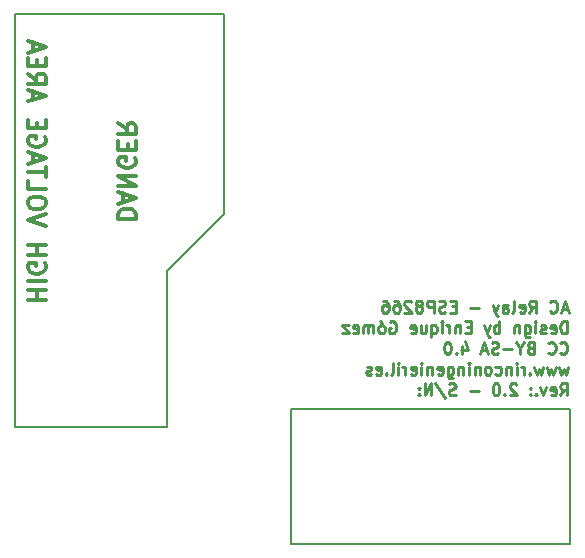
<source format=gbo>
G04 #@! TF.GenerationSoftware,KiCad,Pcbnew,5.0.2-bee76a0~70~ubuntu18.04.1*
G04 #@! TF.CreationDate,2019-01-14T20:29:46+01:00*
G04 #@! TF.ProjectId,AC Relay,41432052-656c-4617-992e-6b696361645f,rev?*
G04 #@! TF.SameCoordinates,PX41672a0PY5c0c740*
G04 #@! TF.FileFunction,Legend,Bot*
G04 #@! TF.FilePolarity,Positive*
%FSLAX46Y46*%
G04 Gerber Fmt 4.6, Leading zero omitted, Abs format (unit mm)*
G04 Created by KiCad (PCBNEW 5.0.2-bee76a0~70~ubuntu18.04.1) date lun 14 ene 2019 20:29:46 CET*
%MOMM*%
%LPD*%
G01*
G04 APERTURE LIST*
%ADD10C,0.200000*%
%ADD11C,0.300000*%
%ADD12C,0.250000*%
G04 APERTURE END LIST*
D10*
X14097000Y13335000D02*
X14097000Y26543000D01*
X48260000Y3429000D02*
X48260000Y14859000D01*
X24638000Y3429000D02*
X48260000Y3429000D01*
X24638000Y14859000D02*
X24638000Y3429000D01*
X48260000Y14859000D02*
X24638000Y14859000D01*
X1270000Y13335000D02*
X1270000Y48260000D01*
X14097000Y13335000D02*
X1270000Y13335000D01*
X18923000Y31369000D02*
X14097000Y26543000D01*
X18923000Y48260000D02*
X18923000Y31369000D01*
X1270000Y48260000D02*
X18923000Y48260000D01*
D11*
X10004428Y30925000D02*
X11504428Y30925000D01*
X11504428Y31282143D01*
X11433000Y31496429D01*
X11290142Y31639286D01*
X11147285Y31710715D01*
X10861571Y31782143D01*
X10647285Y31782143D01*
X10361571Y31710715D01*
X10218714Y31639286D01*
X10075857Y31496429D01*
X10004428Y31282143D01*
X10004428Y30925000D01*
X10433000Y32353572D02*
X10433000Y33067858D01*
X10004428Y32210715D02*
X11504428Y32710715D01*
X10004428Y33210715D01*
X10004428Y33710715D02*
X11504428Y33710715D01*
X10004428Y34567858D01*
X11504428Y34567858D01*
X11433000Y36067858D02*
X11504428Y35925000D01*
X11504428Y35710715D01*
X11433000Y35496429D01*
X11290142Y35353572D01*
X11147285Y35282143D01*
X10861571Y35210715D01*
X10647285Y35210715D01*
X10361571Y35282143D01*
X10218714Y35353572D01*
X10075857Y35496429D01*
X10004428Y35710715D01*
X10004428Y35853572D01*
X10075857Y36067858D01*
X10147285Y36139286D01*
X10647285Y36139286D01*
X10647285Y35853572D01*
X10790142Y36782143D02*
X10790142Y37282143D01*
X10004428Y37496429D02*
X10004428Y36782143D01*
X11504428Y36782143D01*
X11504428Y37496429D01*
X10004428Y38996429D02*
X10718714Y38496429D01*
X10004428Y38139286D02*
X11504428Y38139286D01*
X11504428Y38710715D01*
X11433000Y38853572D01*
X11361571Y38925000D01*
X11218714Y38996429D01*
X11004428Y38996429D01*
X10861571Y38925000D01*
X10790142Y38853572D01*
X10718714Y38710715D01*
X10718714Y38139286D01*
X2354428Y24067858D02*
X3854428Y24067858D01*
X3140142Y24067858D02*
X3140142Y24925000D01*
X2354428Y24925000D02*
X3854428Y24925000D01*
X2354428Y25639286D02*
X3854428Y25639286D01*
X3783000Y27139286D02*
X3854428Y26996429D01*
X3854428Y26782143D01*
X3783000Y26567858D01*
X3640142Y26425000D01*
X3497285Y26353572D01*
X3211571Y26282143D01*
X2997285Y26282143D01*
X2711571Y26353572D01*
X2568714Y26425000D01*
X2425857Y26567858D01*
X2354428Y26782143D01*
X2354428Y26925000D01*
X2425857Y27139286D01*
X2497285Y27210715D01*
X2997285Y27210715D01*
X2997285Y26925000D01*
X2354428Y27853572D02*
X3854428Y27853572D01*
X3140142Y27853572D02*
X3140142Y28710715D01*
X2354428Y28710715D02*
X3854428Y28710715D01*
X3854428Y30353572D02*
X2354428Y30853572D01*
X3854428Y31353572D01*
X3854428Y32139286D02*
X3854428Y32425000D01*
X3783000Y32567858D01*
X3640142Y32710715D01*
X3354428Y32782143D01*
X2854428Y32782143D01*
X2568714Y32710715D01*
X2425857Y32567858D01*
X2354428Y32425000D01*
X2354428Y32139286D01*
X2425857Y31996429D01*
X2568714Y31853572D01*
X2854428Y31782143D01*
X3354428Y31782143D01*
X3640142Y31853572D01*
X3783000Y31996429D01*
X3854428Y32139286D01*
X2354428Y34139286D02*
X2354428Y33425000D01*
X3854428Y33425000D01*
X3854428Y34425000D02*
X3854428Y35282143D01*
X2354428Y34853572D02*
X3854428Y34853572D01*
X2783000Y35710715D02*
X2783000Y36425000D01*
X2354428Y35567858D02*
X3854428Y36067858D01*
X2354428Y36567858D01*
X3783000Y37853572D02*
X3854428Y37710715D01*
X3854428Y37496429D01*
X3783000Y37282143D01*
X3640142Y37139286D01*
X3497285Y37067858D01*
X3211571Y36996429D01*
X2997285Y36996429D01*
X2711571Y37067858D01*
X2568714Y37139286D01*
X2425857Y37282143D01*
X2354428Y37496429D01*
X2354428Y37639286D01*
X2425857Y37853572D01*
X2497285Y37925000D01*
X2997285Y37925000D01*
X2997285Y37639286D01*
X3140142Y38567858D02*
X3140142Y39067858D01*
X2354428Y39282143D02*
X2354428Y38567858D01*
X3854428Y38567858D01*
X3854428Y39282143D01*
X2783000Y40996429D02*
X2783000Y41710715D01*
X2354428Y40853572D02*
X3854428Y41353572D01*
X2354428Y41853572D01*
X2354428Y43210715D02*
X3068714Y42710715D01*
X2354428Y42353572D02*
X3854428Y42353572D01*
X3854428Y42925000D01*
X3783000Y43067858D01*
X3711571Y43139286D01*
X3568714Y43210715D01*
X3354428Y43210715D01*
X3211571Y43139286D01*
X3140142Y43067858D01*
X3068714Y42925000D01*
X3068714Y42353572D01*
X3140142Y43853572D02*
X3140142Y44353572D01*
X2354428Y44567858D02*
X2354428Y43853572D01*
X3854428Y43853572D01*
X3854428Y44567858D01*
X2783000Y45139286D02*
X2783000Y45853572D01*
X2354428Y44996429D02*
X3854428Y45496429D01*
X2354428Y45996429D01*
D12*
X48034023Y23272334D02*
X47557833Y23272334D01*
X48129261Y22986620D02*
X47795928Y23986620D01*
X47462595Y22986620D01*
X46557833Y23081858D02*
X46605452Y23034239D01*
X46748309Y22986620D01*
X46843547Y22986620D01*
X46986404Y23034239D01*
X47081642Y23129477D01*
X47129261Y23224715D01*
X47176880Y23415191D01*
X47176880Y23558048D01*
X47129261Y23748524D01*
X47081642Y23843762D01*
X46986404Y23939000D01*
X46843547Y23986620D01*
X46748309Y23986620D01*
X46605452Y23939000D01*
X46557833Y23891381D01*
X44795928Y22986620D02*
X45129261Y23462810D01*
X45367357Y22986620D02*
X45367357Y23986620D01*
X44986404Y23986620D01*
X44891166Y23939000D01*
X44843547Y23891381D01*
X44795928Y23796143D01*
X44795928Y23653286D01*
X44843547Y23558048D01*
X44891166Y23510429D01*
X44986404Y23462810D01*
X45367357Y23462810D01*
X43986404Y23034239D02*
X44081642Y22986620D01*
X44272119Y22986620D01*
X44367357Y23034239D01*
X44414976Y23129477D01*
X44414976Y23510429D01*
X44367357Y23605667D01*
X44272119Y23653286D01*
X44081642Y23653286D01*
X43986404Y23605667D01*
X43938785Y23510429D01*
X43938785Y23415191D01*
X44414976Y23319953D01*
X43367357Y22986620D02*
X43462595Y23034239D01*
X43510214Y23129477D01*
X43510214Y23986620D01*
X42557833Y22986620D02*
X42557833Y23510429D01*
X42605452Y23605667D01*
X42700690Y23653286D01*
X42891166Y23653286D01*
X42986404Y23605667D01*
X42557833Y23034239D02*
X42653071Y22986620D01*
X42891166Y22986620D01*
X42986404Y23034239D01*
X43034023Y23129477D01*
X43034023Y23224715D01*
X42986404Y23319953D01*
X42891166Y23367572D01*
X42653071Y23367572D01*
X42557833Y23415191D01*
X42176880Y23653286D02*
X41938785Y22986620D01*
X41700690Y23653286D02*
X41938785Y22986620D01*
X42034023Y22748524D01*
X42081642Y22700905D01*
X42176880Y22653286D01*
X40557833Y23367572D02*
X39795928Y23367572D01*
X38557833Y23510429D02*
X38224500Y23510429D01*
X38081642Y22986620D02*
X38557833Y22986620D01*
X38557833Y23986620D01*
X38081642Y23986620D01*
X37700690Y23034239D02*
X37557833Y22986620D01*
X37319738Y22986620D01*
X37224500Y23034239D01*
X37176880Y23081858D01*
X37129261Y23177096D01*
X37129261Y23272334D01*
X37176880Y23367572D01*
X37224500Y23415191D01*
X37319738Y23462810D01*
X37510214Y23510429D01*
X37605452Y23558048D01*
X37653071Y23605667D01*
X37700690Y23700905D01*
X37700690Y23796143D01*
X37653071Y23891381D01*
X37605452Y23939000D01*
X37510214Y23986620D01*
X37272119Y23986620D01*
X37129261Y23939000D01*
X36700690Y22986620D02*
X36700690Y23986620D01*
X36319738Y23986620D01*
X36224500Y23939000D01*
X36176880Y23891381D01*
X36129261Y23796143D01*
X36129261Y23653286D01*
X36176880Y23558048D01*
X36224500Y23510429D01*
X36319738Y23462810D01*
X36700690Y23462810D01*
X35557833Y23558048D02*
X35653071Y23605667D01*
X35700690Y23653286D01*
X35748309Y23748524D01*
X35748309Y23796143D01*
X35700690Y23891381D01*
X35653071Y23939000D01*
X35557833Y23986620D01*
X35367357Y23986620D01*
X35272119Y23939000D01*
X35224500Y23891381D01*
X35176880Y23796143D01*
X35176880Y23748524D01*
X35224500Y23653286D01*
X35272119Y23605667D01*
X35367357Y23558048D01*
X35557833Y23558048D01*
X35653071Y23510429D01*
X35700690Y23462810D01*
X35748309Y23367572D01*
X35748309Y23177096D01*
X35700690Y23081858D01*
X35653071Y23034239D01*
X35557833Y22986620D01*
X35367357Y22986620D01*
X35272119Y23034239D01*
X35224500Y23081858D01*
X35176880Y23177096D01*
X35176880Y23367572D01*
X35224500Y23462810D01*
X35272119Y23510429D01*
X35367357Y23558048D01*
X34795928Y23891381D02*
X34748309Y23939000D01*
X34653071Y23986620D01*
X34414976Y23986620D01*
X34319738Y23939000D01*
X34272119Y23891381D01*
X34224500Y23796143D01*
X34224500Y23700905D01*
X34272119Y23558048D01*
X34843547Y22986620D01*
X34224500Y22986620D01*
X33367357Y23986620D02*
X33557833Y23986620D01*
X33653071Y23939000D01*
X33700690Y23891381D01*
X33795928Y23748524D01*
X33843547Y23558048D01*
X33843547Y23177096D01*
X33795928Y23081858D01*
X33748309Y23034239D01*
X33653071Y22986620D01*
X33462595Y22986620D01*
X33367357Y23034239D01*
X33319738Y23081858D01*
X33272119Y23177096D01*
X33272119Y23415191D01*
X33319738Y23510429D01*
X33367357Y23558048D01*
X33462595Y23605667D01*
X33653071Y23605667D01*
X33748309Y23558048D01*
X33795928Y23510429D01*
X33843547Y23415191D01*
X32414976Y23986620D02*
X32605452Y23986620D01*
X32700690Y23939000D01*
X32748309Y23891381D01*
X32843547Y23748524D01*
X32891166Y23558048D01*
X32891166Y23177096D01*
X32843547Y23081858D01*
X32795928Y23034239D01*
X32700690Y22986620D01*
X32510214Y22986620D01*
X32414976Y23034239D01*
X32367357Y23081858D01*
X32319738Y23177096D01*
X32319738Y23415191D01*
X32367357Y23510429D01*
X32414976Y23558048D01*
X32510214Y23605667D01*
X32700690Y23605667D01*
X32795928Y23558048D01*
X32843547Y23510429D01*
X32891166Y23415191D01*
X47986404Y21236620D02*
X47986404Y22236620D01*
X47748309Y22236620D01*
X47605452Y22189000D01*
X47510214Y22093762D01*
X47462595Y21998524D01*
X47414976Y21808048D01*
X47414976Y21665191D01*
X47462595Y21474715D01*
X47510214Y21379477D01*
X47605452Y21284239D01*
X47748309Y21236620D01*
X47986404Y21236620D01*
X46605452Y21284239D02*
X46700690Y21236620D01*
X46891166Y21236620D01*
X46986404Y21284239D01*
X47034023Y21379477D01*
X47034023Y21760429D01*
X46986404Y21855667D01*
X46891166Y21903286D01*
X46700690Y21903286D01*
X46605452Y21855667D01*
X46557833Y21760429D01*
X46557833Y21665191D01*
X47034023Y21569953D01*
X46176880Y21284239D02*
X46081642Y21236620D01*
X45891166Y21236620D01*
X45795928Y21284239D01*
X45748309Y21379477D01*
X45748309Y21427096D01*
X45795928Y21522334D01*
X45891166Y21569953D01*
X46034023Y21569953D01*
X46129261Y21617572D01*
X46176880Y21712810D01*
X46176880Y21760429D01*
X46129261Y21855667D01*
X46034023Y21903286D01*
X45891166Y21903286D01*
X45795928Y21855667D01*
X45319738Y21236620D02*
X45319738Y21903286D01*
X45319738Y22236620D02*
X45367357Y22189000D01*
X45319738Y22141381D01*
X45272119Y22189000D01*
X45319738Y22236620D01*
X45319738Y22141381D01*
X44414976Y21903286D02*
X44414976Y21093762D01*
X44462595Y20998524D01*
X44510214Y20950905D01*
X44605452Y20903286D01*
X44748309Y20903286D01*
X44843547Y20950905D01*
X44414976Y21284239D02*
X44510214Y21236620D01*
X44700690Y21236620D01*
X44795928Y21284239D01*
X44843547Y21331858D01*
X44891166Y21427096D01*
X44891166Y21712810D01*
X44843547Y21808048D01*
X44795928Y21855667D01*
X44700690Y21903286D01*
X44510214Y21903286D01*
X44414976Y21855667D01*
X43938785Y21903286D02*
X43938785Y21236620D01*
X43938785Y21808048D02*
X43891166Y21855667D01*
X43795928Y21903286D01*
X43653071Y21903286D01*
X43557833Y21855667D01*
X43510214Y21760429D01*
X43510214Y21236620D01*
X42272119Y21236620D02*
X42272119Y22236620D01*
X42272119Y21855667D02*
X42176880Y21903286D01*
X41986404Y21903286D01*
X41891166Y21855667D01*
X41843547Y21808048D01*
X41795928Y21712810D01*
X41795928Y21427096D01*
X41843547Y21331858D01*
X41891166Y21284239D01*
X41986404Y21236620D01*
X42176880Y21236620D01*
X42272119Y21284239D01*
X41462595Y21903286D02*
X41224500Y21236620D01*
X40986404Y21903286D02*
X41224500Y21236620D01*
X41319738Y20998524D01*
X41367357Y20950905D01*
X41462595Y20903286D01*
X39843547Y21760429D02*
X39510214Y21760429D01*
X39367357Y21236620D02*
X39843547Y21236620D01*
X39843547Y22236620D01*
X39367357Y22236620D01*
X38938785Y21903286D02*
X38938785Y21236620D01*
X38938785Y21808048D02*
X38891166Y21855667D01*
X38795928Y21903286D01*
X38653071Y21903286D01*
X38557833Y21855667D01*
X38510214Y21760429D01*
X38510214Y21236620D01*
X38034023Y21236620D02*
X38034023Y21903286D01*
X38034023Y21712810D02*
X37986404Y21808048D01*
X37938785Y21855667D01*
X37843547Y21903286D01*
X37748309Y21903286D01*
X37414976Y21236620D02*
X37414976Y21903286D01*
X37414976Y22236620D02*
X37462595Y22189000D01*
X37414976Y22141381D01*
X37367357Y22189000D01*
X37414976Y22236620D01*
X37414976Y22141381D01*
X36510214Y21903286D02*
X36510214Y20903286D01*
X36510214Y21284239D02*
X36605452Y21236620D01*
X36795928Y21236620D01*
X36891166Y21284239D01*
X36938785Y21331858D01*
X36986404Y21427096D01*
X36986404Y21712810D01*
X36938785Y21808048D01*
X36891166Y21855667D01*
X36795928Y21903286D01*
X36605452Y21903286D01*
X36510214Y21855667D01*
X35605452Y21903286D02*
X35605452Y21236620D01*
X36034023Y21903286D02*
X36034023Y21379477D01*
X35986404Y21284239D01*
X35891166Y21236620D01*
X35748309Y21236620D01*
X35653071Y21284239D01*
X35605452Y21331858D01*
X34748309Y21284239D02*
X34843547Y21236620D01*
X35034023Y21236620D01*
X35129261Y21284239D01*
X35176880Y21379477D01*
X35176880Y21760429D01*
X35129261Y21855667D01*
X35034023Y21903286D01*
X34843547Y21903286D01*
X34748309Y21855667D01*
X34700690Y21760429D01*
X34700690Y21665191D01*
X35176880Y21569953D01*
X32986404Y22189000D02*
X33081642Y22236620D01*
X33224500Y22236620D01*
X33367357Y22189000D01*
X33462595Y22093762D01*
X33510214Y21998524D01*
X33557833Y21808048D01*
X33557833Y21665191D01*
X33510214Y21474715D01*
X33462595Y21379477D01*
X33367357Y21284239D01*
X33224500Y21236620D01*
X33129261Y21236620D01*
X32986404Y21284239D01*
X32938785Y21331858D01*
X32938785Y21665191D01*
X33129261Y21665191D01*
X32367357Y21236620D02*
X32462595Y21284239D01*
X32510214Y21331858D01*
X32557833Y21427096D01*
X32557833Y21712810D01*
X32510214Y21808048D01*
X32462595Y21855667D01*
X32367357Y21903286D01*
X32224500Y21903286D01*
X32129261Y21855667D01*
X32081642Y21808048D01*
X32034023Y21712810D01*
X32034023Y21427096D01*
X32081642Y21331858D01*
X32129261Y21284239D01*
X32224500Y21236620D01*
X32367357Y21236620D01*
X32176880Y22284239D02*
X32319738Y22141381D01*
X31605452Y21236620D02*
X31605452Y21903286D01*
X31605452Y21808048D02*
X31557833Y21855667D01*
X31462595Y21903286D01*
X31319738Y21903286D01*
X31224500Y21855667D01*
X31176880Y21760429D01*
X31176880Y21236620D01*
X31176880Y21760429D02*
X31129261Y21855667D01*
X31034023Y21903286D01*
X30891166Y21903286D01*
X30795928Y21855667D01*
X30748309Y21760429D01*
X30748309Y21236620D01*
X29891166Y21284239D02*
X29986404Y21236620D01*
X30176880Y21236620D01*
X30272119Y21284239D01*
X30319738Y21379477D01*
X30319738Y21760429D01*
X30272119Y21855667D01*
X30176880Y21903286D01*
X29986404Y21903286D01*
X29891166Y21855667D01*
X29843547Y21760429D01*
X29843547Y21665191D01*
X30319738Y21569953D01*
X29510214Y21903286D02*
X28986404Y21903286D01*
X29510214Y21236620D01*
X28986404Y21236620D01*
X47414976Y19581858D02*
X47462595Y19534239D01*
X47605452Y19486620D01*
X47700690Y19486620D01*
X47843547Y19534239D01*
X47938785Y19629477D01*
X47986404Y19724715D01*
X48034023Y19915191D01*
X48034023Y20058048D01*
X47986404Y20248524D01*
X47938785Y20343762D01*
X47843547Y20439000D01*
X47700690Y20486620D01*
X47605452Y20486620D01*
X47462595Y20439000D01*
X47414976Y20391381D01*
X46414976Y19581858D02*
X46462595Y19534239D01*
X46605452Y19486620D01*
X46700690Y19486620D01*
X46843547Y19534239D01*
X46938785Y19629477D01*
X46986404Y19724715D01*
X47034023Y19915191D01*
X47034023Y20058048D01*
X46986404Y20248524D01*
X46938785Y20343762D01*
X46843547Y20439000D01*
X46700690Y20486620D01*
X46605452Y20486620D01*
X46462595Y20439000D01*
X46414976Y20391381D01*
X44891166Y20010429D02*
X44748309Y19962810D01*
X44700690Y19915191D01*
X44653071Y19819953D01*
X44653071Y19677096D01*
X44700690Y19581858D01*
X44748309Y19534239D01*
X44843547Y19486620D01*
X45224500Y19486620D01*
X45224500Y20486620D01*
X44891166Y20486620D01*
X44795928Y20439000D01*
X44748309Y20391381D01*
X44700690Y20296143D01*
X44700690Y20200905D01*
X44748309Y20105667D01*
X44795928Y20058048D01*
X44891166Y20010429D01*
X45224500Y20010429D01*
X44034023Y19962810D02*
X44034023Y19486620D01*
X44367357Y20486620D02*
X44034023Y19962810D01*
X43700690Y20486620D01*
X43367357Y19867572D02*
X42605452Y19867572D01*
X42176880Y19534239D02*
X42034023Y19486620D01*
X41795928Y19486620D01*
X41700690Y19534239D01*
X41653071Y19581858D01*
X41605452Y19677096D01*
X41605452Y19772334D01*
X41653071Y19867572D01*
X41700690Y19915191D01*
X41795928Y19962810D01*
X41986404Y20010429D01*
X42081642Y20058048D01*
X42129261Y20105667D01*
X42176880Y20200905D01*
X42176880Y20296143D01*
X42129261Y20391381D01*
X42081642Y20439000D01*
X41986404Y20486620D01*
X41748309Y20486620D01*
X41605452Y20439000D01*
X41224500Y19772334D02*
X40748309Y19772334D01*
X41319738Y19486620D02*
X40986404Y20486620D01*
X40653071Y19486620D01*
X39129261Y20153286D02*
X39129261Y19486620D01*
X39367357Y20534239D02*
X39605452Y19819953D01*
X38986404Y19819953D01*
X38605452Y19581858D02*
X38557833Y19534239D01*
X38605452Y19486620D01*
X38653071Y19534239D01*
X38605452Y19581858D01*
X38605452Y19486620D01*
X37938785Y20486620D02*
X37843547Y20486620D01*
X37748309Y20439000D01*
X37700690Y20391381D01*
X37653071Y20296143D01*
X37605452Y20105667D01*
X37605452Y19867572D01*
X37653071Y19677096D01*
X37700690Y19581858D01*
X37748309Y19534239D01*
X37843547Y19486620D01*
X37938785Y19486620D01*
X38034023Y19534239D01*
X38081642Y19581858D01*
X38129261Y19677096D01*
X38176880Y19867572D01*
X38176880Y20105667D01*
X38129261Y20296143D01*
X38081642Y20391381D01*
X38034023Y20439000D01*
X37938785Y20486620D01*
X48081642Y18403286D02*
X47891166Y17736620D01*
X47700690Y18212810D01*
X47510214Y17736620D01*
X47319738Y18403286D01*
X47034023Y18403286D02*
X46843547Y17736620D01*
X46653071Y18212810D01*
X46462595Y17736620D01*
X46272119Y18403286D01*
X45986404Y18403286D02*
X45795928Y17736620D01*
X45605452Y18212810D01*
X45414976Y17736620D01*
X45224500Y18403286D01*
X44843547Y17831858D02*
X44795928Y17784239D01*
X44843547Y17736620D01*
X44891166Y17784239D01*
X44843547Y17831858D01*
X44843547Y17736620D01*
X44367357Y17736620D02*
X44367357Y18403286D01*
X44367357Y18212810D02*
X44319738Y18308048D01*
X44272119Y18355667D01*
X44176880Y18403286D01*
X44081642Y18403286D01*
X43748309Y17736620D02*
X43748309Y18403286D01*
X43748309Y18736620D02*
X43795928Y18689000D01*
X43748309Y18641381D01*
X43700690Y18689000D01*
X43748309Y18736620D01*
X43748309Y18641381D01*
X43272119Y18403286D02*
X43272119Y17736620D01*
X43272119Y18308048D02*
X43224500Y18355667D01*
X43129261Y18403286D01*
X42986404Y18403286D01*
X42891166Y18355667D01*
X42843547Y18260429D01*
X42843547Y17736620D01*
X41938785Y17784239D02*
X42034023Y17736620D01*
X42224500Y17736620D01*
X42319738Y17784239D01*
X42367357Y17831858D01*
X42414976Y17927096D01*
X42414976Y18212810D01*
X42367357Y18308048D01*
X42319738Y18355667D01*
X42224500Y18403286D01*
X42034023Y18403286D01*
X41938785Y18355667D01*
X41367357Y17736620D02*
X41462595Y17784239D01*
X41510214Y17831858D01*
X41557833Y17927096D01*
X41557833Y18212810D01*
X41510214Y18308048D01*
X41462595Y18355667D01*
X41367357Y18403286D01*
X41224500Y18403286D01*
X41129261Y18355667D01*
X41081642Y18308048D01*
X41034023Y18212810D01*
X41034023Y17927096D01*
X41081642Y17831858D01*
X41129261Y17784239D01*
X41224500Y17736620D01*
X41367357Y17736620D01*
X40605452Y18403286D02*
X40605452Y17736620D01*
X40605452Y18308048D02*
X40557833Y18355667D01*
X40462595Y18403286D01*
X40319738Y18403286D01*
X40224500Y18355667D01*
X40176880Y18260429D01*
X40176880Y17736620D01*
X39700690Y17736620D02*
X39700690Y18403286D01*
X39700690Y18736620D02*
X39748309Y18689000D01*
X39700690Y18641381D01*
X39653071Y18689000D01*
X39700690Y18736620D01*
X39700690Y18641381D01*
X39224500Y18403286D02*
X39224500Y17736620D01*
X39224500Y18308048D02*
X39176880Y18355667D01*
X39081642Y18403286D01*
X38938785Y18403286D01*
X38843547Y18355667D01*
X38795928Y18260429D01*
X38795928Y17736620D01*
X37891166Y18403286D02*
X37891166Y17593762D01*
X37938785Y17498524D01*
X37986404Y17450905D01*
X38081642Y17403286D01*
X38224500Y17403286D01*
X38319738Y17450905D01*
X37891166Y17784239D02*
X37986404Y17736620D01*
X38176880Y17736620D01*
X38272119Y17784239D01*
X38319738Y17831858D01*
X38367357Y17927096D01*
X38367357Y18212810D01*
X38319738Y18308048D01*
X38272119Y18355667D01*
X38176880Y18403286D01*
X37986404Y18403286D01*
X37891166Y18355667D01*
X37034023Y17784239D02*
X37129261Y17736620D01*
X37319738Y17736620D01*
X37414976Y17784239D01*
X37462595Y17879477D01*
X37462595Y18260429D01*
X37414976Y18355667D01*
X37319738Y18403286D01*
X37129261Y18403286D01*
X37034023Y18355667D01*
X36986404Y18260429D01*
X36986404Y18165191D01*
X37462595Y18069953D01*
X36557833Y18403286D02*
X36557833Y17736620D01*
X36557833Y18308048D02*
X36510214Y18355667D01*
X36414976Y18403286D01*
X36272119Y18403286D01*
X36176880Y18355667D01*
X36129261Y18260429D01*
X36129261Y17736620D01*
X35653071Y17736620D02*
X35653071Y18403286D01*
X35653071Y18736620D02*
X35700690Y18689000D01*
X35653071Y18641381D01*
X35605452Y18689000D01*
X35653071Y18736620D01*
X35653071Y18641381D01*
X34795928Y17784239D02*
X34891166Y17736620D01*
X35081642Y17736620D01*
X35176880Y17784239D01*
X35224500Y17879477D01*
X35224500Y18260429D01*
X35176880Y18355667D01*
X35081642Y18403286D01*
X34891166Y18403286D01*
X34795928Y18355667D01*
X34748309Y18260429D01*
X34748309Y18165191D01*
X35224500Y18069953D01*
X34319738Y17736620D02*
X34319738Y18403286D01*
X34319738Y18212810D02*
X34272119Y18308048D01*
X34224500Y18355667D01*
X34129261Y18403286D01*
X34034023Y18403286D01*
X33700690Y17736620D02*
X33700690Y18403286D01*
X33700690Y18736620D02*
X33748309Y18689000D01*
X33700690Y18641381D01*
X33653071Y18689000D01*
X33700690Y18736620D01*
X33700690Y18641381D01*
X33081642Y17736620D02*
X33176880Y17784239D01*
X33224500Y17879477D01*
X33224500Y18736620D01*
X32700690Y17831858D02*
X32653071Y17784239D01*
X32700690Y17736620D01*
X32748309Y17784239D01*
X32700690Y17831858D01*
X32700690Y17736620D01*
X31843547Y17784239D02*
X31938785Y17736620D01*
X32129261Y17736620D01*
X32224500Y17784239D01*
X32272119Y17879477D01*
X32272119Y18260429D01*
X32224500Y18355667D01*
X32129261Y18403286D01*
X31938785Y18403286D01*
X31843547Y18355667D01*
X31795928Y18260429D01*
X31795928Y18165191D01*
X32272119Y18069953D01*
X31414976Y17784239D02*
X31319738Y17736620D01*
X31129261Y17736620D01*
X31034023Y17784239D01*
X30986404Y17879477D01*
X30986404Y17927096D01*
X31034023Y18022334D01*
X31129261Y18069953D01*
X31272119Y18069953D01*
X31367357Y18117572D01*
X31414976Y18212810D01*
X31414976Y18260429D01*
X31367357Y18355667D01*
X31272119Y18403286D01*
X31129261Y18403286D01*
X31034023Y18355667D01*
X47414976Y15986620D02*
X47748309Y16462810D01*
X47986404Y15986620D02*
X47986404Y16986620D01*
X47605452Y16986620D01*
X47510214Y16939000D01*
X47462595Y16891381D01*
X47414976Y16796143D01*
X47414976Y16653286D01*
X47462595Y16558048D01*
X47510214Y16510429D01*
X47605452Y16462810D01*
X47986404Y16462810D01*
X46605452Y16034239D02*
X46700690Y15986620D01*
X46891166Y15986620D01*
X46986404Y16034239D01*
X47034023Y16129477D01*
X47034023Y16510429D01*
X46986404Y16605667D01*
X46891166Y16653286D01*
X46700690Y16653286D01*
X46605452Y16605667D01*
X46557833Y16510429D01*
X46557833Y16415191D01*
X47034023Y16319953D01*
X46224500Y16653286D02*
X45986404Y15986620D01*
X45748309Y16653286D01*
X45367357Y16081858D02*
X45319738Y16034239D01*
X45367357Y15986620D01*
X45414976Y16034239D01*
X45367357Y16081858D01*
X45367357Y15986620D01*
X44891166Y16081858D02*
X44843547Y16034239D01*
X44891166Y15986620D01*
X44938785Y16034239D01*
X44891166Y16081858D01*
X44891166Y15986620D01*
X44891166Y16605667D02*
X44843547Y16558048D01*
X44891166Y16510429D01*
X44938785Y16558048D01*
X44891166Y16605667D01*
X44891166Y16510429D01*
X43700690Y16891381D02*
X43653071Y16939000D01*
X43557833Y16986620D01*
X43319738Y16986620D01*
X43224500Y16939000D01*
X43176880Y16891381D01*
X43129261Y16796143D01*
X43129261Y16700905D01*
X43176880Y16558048D01*
X43748309Y15986620D01*
X43129261Y15986620D01*
X42700690Y16081858D02*
X42653071Y16034239D01*
X42700690Y15986620D01*
X42748309Y16034239D01*
X42700690Y16081858D01*
X42700690Y15986620D01*
X42034023Y16986620D02*
X41938785Y16986620D01*
X41843547Y16939000D01*
X41795928Y16891381D01*
X41748309Y16796143D01*
X41700690Y16605667D01*
X41700690Y16367572D01*
X41748309Y16177096D01*
X41795928Y16081858D01*
X41843547Y16034239D01*
X41938785Y15986620D01*
X42034023Y15986620D01*
X42129261Y16034239D01*
X42176880Y16081858D01*
X42224500Y16177096D01*
X42272119Y16367572D01*
X42272119Y16605667D01*
X42224500Y16796143D01*
X42176880Y16891381D01*
X42129261Y16939000D01*
X42034023Y16986620D01*
X40510214Y16367572D02*
X39748309Y16367572D01*
X38557833Y16034239D02*
X38414976Y15986620D01*
X38176880Y15986620D01*
X38081642Y16034239D01*
X38034023Y16081858D01*
X37986404Y16177096D01*
X37986404Y16272334D01*
X38034023Y16367572D01*
X38081642Y16415191D01*
X38176880Y16462810D01*
X38367357Y16510429D01*
X38462595Y16558048D01*
X38510214Y16605667D01*
X38557833Y16700905D01*
X38557833Y16796143D01*
X38510214Y16891381D01*
X38462595Y16939000D01*
X38367357Y16986620D01*
X38129261Y16986620D01*
X37986404Y16939000D01*
X36843547Y17034239D02*
X37700690Y15748524D01*
X36510214Y15986620D02*
X36510214Y16986620D01*
X35938785Y15986620D01*
X35938785Y16986620D01*
X35462595Y16081858D02*
X35414976Y16034239D01*
X35462595Y15986620D01*
X35510214Y16034239D01*
X35462595Y16081858D01*
X35462595Y15986620D01*
X35462595Y16605667D02*
X35414976Y16558048D01*
X35462595Y16510429D01*
X35510214Y16558048D01*
X35462595Y16605667D01*
X35462595Y16510429D01*
M02*

</source>
